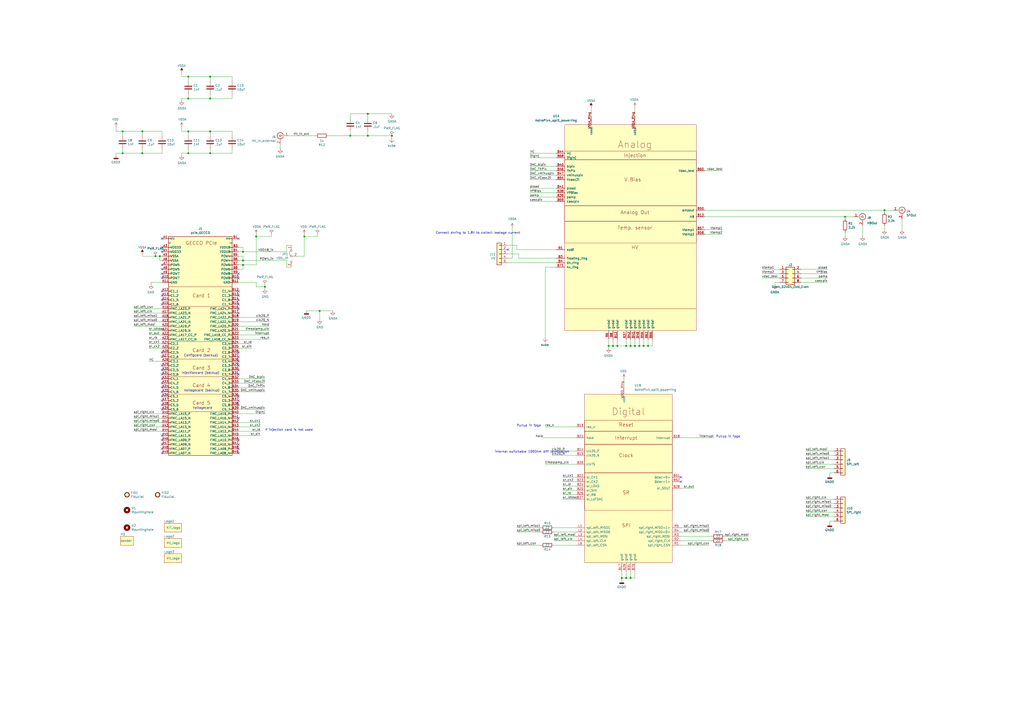
<source format=kicad_sch>
(kicad_sch (version 20231120) (generator "eeschema") (generator_version "8.0")
  (paper "A2")
  (title_block (title "AstroPix4 Carrier") (date "2023-09-27") (rev "1.0") (company "Nicolas Striebig, KIT IPE"))
  (junction (at 71.12 88.9))
  (junction (at 360.68 335.28))
  (junction (at 203.2 78.74))
  (junction (at 140.97 153.67))
  (junction (at 109.22 76.2))
  (junction (at 82.55 88.9))
  (junction (at 368.3 200.66))
  (junction (at 373.38 200.66))
  (junction (at 176.53 137.16))
  (junction (at 90.17 148.59))
  (junction (at 121.92 76.2))
  (junction (at 121.92 44.45))
  (junction (at 227.33 78.74))
  (junction (at 375.92 200.66))
  (junction (at 213.36 66.04))
  (junction (at 490.22 125.73))
  (junction (at 82.55 76.2))
  (junction (at 363.22 200.66))
  (junction (at 109.22 44.45))
  (junction (at 148.59 137.16))
  (junction (at 213.36 78.74))
  (junction (at 92.71 148.59))
  (junction (at 140.97 146.05))
  (junction (at 109.22 88.9))
  (junction (at 365.76 200.66))
  (junction (at 153.67 166.37))
  (junction (at 109.22 57.15))
  (junction (at 71.12 76.2))
  (junction (at 355.6 200.66))
  (junction (at 121.92 88.9))
  (junction (at 363.22 335.28))
  (junction (at 513.08 121.92))
  (junction (at 353.06 200.66))
  (junction (at 140.97 151.13))
  (junction (at 121.92 57.15))
  (junction (at 185.42 180.34))
  (junction (at 358.14 200.66))
  (junction (at 370.84 200.66))
  (junction (at 365.76 335.28))
  (no_connect (at 93.98 234.95))
  (no_connect (at 93.98 204.47))
  (no_connect (at 93.98 224.79))
  (no_connect (at 138.43 260.35))
  (no_connect (at 138.43 181.61))
  (no_connect (at 138.43 209.55))
  (no_connect (at 93.98 262.89))
  (no_connect (at 93.98 237.49))
  (no_connect (at 138.43 255.27))
  (no_connect (at 138.43 138.43))
  (no_connect (at 93.98 260.35))
  (no_connect (at 93.98 158.75))
  (no_connect (at 93.98 168.91))
  (no_connect (at 93.98 232.41))
  (no_connect (at 138.43 242.57))
  (no_connect (at 93.98 143.51))
  (no_connect (at 93.98 214.63))
  (no_connect (at 93.98 217.17))
  (no_connect (at 93.98 176.53))
  (no_connect (at 138.43 168.91))
  (no_connect (at 138.43 212.09))
  (no_connect (at 93.98 156.21))
  (no_connect (at 93.98 161.29))
  (no_connect (at 138.43 229.87))
  (no_connect (at 394.97 276.86))
  (no_connect (at 394.97 279.4))
  (no_connect (at 138.43 158.75))
  (no_connect (at 93.98 252.73))
  (no_connect (at 93.98 212.09))
  (no_connect (at 138.43 176.53))
  (no_connect (at 93.98 207.01))
  (no_connect (at 138.43 262.89))
  (no_connect (at 93.98 173.99))
  (no_connect (at 138.43 173.99))
  (no_connect (at 138.43 207.01))
  (no_connect (at 93.98 153.67))
  (no_connect (at 138.43 232.41))
  (no_connect (at 93.98 229.87))
  (no_connect (at 138.43 257.81))
  (no_connect (at 138.43 234.95))
  (no_connect (at 93.98 255.27))
  (no_connect (at 138.43 171.45))
  (no_connect (at 93.98 257.81))
  (no_connect (at 138.43 161.29))
  (no_connect (at 138.43 217.17))
  (no_connect (at 93.98 227.33))
  (no_connect (at 93.98 171.45))
  (no_connect (at 138.43 214.63))
  (no_connect (at 93.98 222.25))
  (no_connect (at 93.98 219.71))
  (no_connect (at 138.43 179.07))
  (no_connect (at 294.64 144.78))
  (no_connect (at 138.43 204.47))
  (no_connect (at 93.98 146.05))
  (no_connect (at 93.98 138.43))
  (wire (pts (xy 334.01 279.4) (xy 326.39 279.4)))
  (wire (pts (xy 162.56 83.82) (xy 162.56 86.36)))
  (wire (pts (xy 213.36 68.58) (xy 213.36 66.04)))
  (wire (pts (xy 138.43 240.03) (xy 153.67 240.03)))
  (wire (pts (xy 500.38 130.81) (xy 500.38 137.16)))
  (wire (pts (xy 452.12 156.21) (xy 441.96 156.21)))
  (wire (pts (xy 82.55 88.9) (xy 93.98 88.9)))
  (wire (pts (xy 184.15 137.16) (xy 184.15 135.89)))
  (wire (pts (xy 467.36 269.24) (xy 483.87 269.24)))
  (wire (pts (xy 334.01 289.56) (xy 326.39 289.56)))
  (wire (pts (xy 467.36 294.64) (xy 483.87 294.64)))
  (wire (pts (xy 105.41 58.42) (xy 105.41 57.15)))
  (wire (pts (xy 109.22 88.9) (xy 121.92 88.9)))
  (wire (pts (xy 176.53 137.16) (xy 176.53 148.59)))
  (wire (pts (xy 300.99 147.32) (xy 300.99 149.86)))
  (wire (pts (xy 481.33 274.32) (xy 483.87 274.32)))
  (wire (pts (xy 203.2 78.74) (xy 213.36 78.74)))
  (wire (pts (xy 82.55 148.59) (xy 90.17 148.59)))
  (wire (pts (xy 121.92 76.2) (xy 134.62 76.2)))
  (wire (pts (xy 153.67 165.1) (xy 153.67 166.37)))
  (wire (pts (xy 138.43 156.21) (xy 140.97 156.21)))
  (wire (pts (xy 368.3 62.23) (xy 368.3 67.31)))
  (wire (pts (xy 105.41 90.17) (xy 105.41 88.9)))
  (wire (pts (xy 138.43 250.19) (xy 151.13 250.19)))
  (wire (pts (xy 363.22 331.47) (xy 363.22 335.28)))
  (wire (pts (xy 134.62 57.15) (xy 134.62 54.61)))
  (wire (pts (xy 213.36 66.04) (xy 227.33 66.04)))
  (wire (pts (xy 166.37 151.13) (xy 166.37 154.94)))
  (wire (pts (xy 370.84 200.66) (xy 368.3 200.66)))
  (wire (pts (xy 166.37 142.24) (xy 168.91 142.24)))
  (wire (pts (xy 370.84 196.85) (xy 370.84 200.66)))
  (wire (pts (xy 480.06 161.29) (xy 464.82 161.29)))
  (wire (pts (xy 138.43 227.33) (xy 153.67 227.33)))
  (wire (pts (xy 138.43 148.59) (xy 140.97 148.59)))
  (wire (pts (xy 307.34 109.22) (xy 322.58 109.22)))
  (wire (pts (xy 467.36 289.56) (xy 483.87 289.56)))
  (wire (pts (xy 513.08 121.92) (xy 518.16 121.92)))
  (wire (pts (xy 148.59 163.83) (xy 138.43 163.83)))
  (wire (pts (xy 77.47 179.07) (xy 93.98 179.07)))
  (wire (pts (xy 480.06 158.75) (xy 464.82 158.75)))
  (wire (pts (xy 71.12 86.36) (xy 71.12 88.9)))
  (wire (pts (xy 299.72 308.61) (xy 313.69 308.61)))
  (wire (pts (xy 148.59 137.16) (xy 157.48 137.16)))
  (wire (pts (xy 67.31 90.17) (xy 67.31 88.9)))
  (wire (pts (xy 121.92 44.45) (xy 134.62 44.45)))
  (wire (pts (xy 138.43 252.73) (xy 151.13 252.73)))
  (wire (pts (xy 121.92 88.9) (xy 134.62 88.9)))
  (wire (pts (xy 190.5 78.74) (xy 203.2 78.74)))
  (wire (pts (xy 121.92 44.45) (xy 121.92 46.99)))
  (wire (pts (xy 87.63 165.1) (xy 87.63 163.83)))
  (wire (pts (xy 109.22 44.45) (xy 109.22 46.99)))
  (wire (pts (xy 105.41 41.91) (xy 105.41 44.45)))
  (wire (pts (xy 86.36 191.77) (xy 93.98 191.77)))
  (wire (pts (xy 156.21 189.23) (xy 138.43 189.23)))
  (wire (pts (xy 77.47 184.15) (xy 93.98 184.15)))
  (wire (pts (xy 77.47 247.65) (xy 93.98 247.65)))
  (wire (pts (xy 334.01 284.48) (xy 326.39 284.48)))
  (wire (pts (xy 322.58 91.44) (xy 307.34 91.44)))
  (wire (pts (xy 140.97 146.05) (xy 166.37 146.05)))
  (wire (pts (xy 353.06 200.66) (xy 355.6 200.66)))
  (wire (pts (xy 394.97 254) (xy 414.02 254)))
  (wire (pts (xy 314.96 254) (xy 334.01 254)))
  (wire (pts (xy 420.37 311.15) (xy 434.34 311.15)))
  (wire (pts (xy 363.22 335.28) (xy 360.68 335.28)))
  (wire (pts (xy 353.06 196.85) (xy 353.06 200.66)))
  (wire (pts (xy 420.37 313.69) (xy 434.34 313.69)))
  (wire (pts (xy 334.01 287.02) (xy 326.39 287.02)))
  (wire (pts (xy 297.18 132.08) (xy 297.18 149.86)))
  (wire (pts (xy 394.97 306.07) (xy 411.48 306.07)))
  (wire (pts (xy 109.22 57.15) (xy 121.92 57.15)))
  (wire (pts (xy 67.31 88.9) (xy 71.12 88.9)))
  (wire (pts (xy 172.72 148.59) (xy 176.53 148.59)))
  (wire (pts (xy 490.22 125.73) (xy 495.3 125.73)))
  (wire (pts (xy 71.12 88.9) (xy 82.55 88.9)))
  (wire (pts (xy 138.43 224.79) (xy 153.67 224.79)))
  (wire (pts (xy 92.71 151.13) (xy 92.71 148.59)))
  (wire (pts (xy 166.37 154.94) (xy 168.91 154.94)))
  (wire (pts (xy 490.22 125.73) (xy 408.94 125.73)))
  (wire (pts (xy 523.24 127) (xy 523.24 133.35)))
  (wire (pts (xy 121.92 76.2) (xy 121.92 78.74)))
  (wire (pts (xy 93.98 196.85) (xy 86.36 196.85)))
  (wire (pts (xy 138.43 153.67) (xy 140.97 153.67)))
  (wire (pts (xy 176.53 137.16) (xy 184.15 137.16)))
  (wire (pts (xy 322.58 88.9) (xy 307.34 88.9)))
  (wire (pts (xy 307.34 99.06) (xy 322.58 99.06)))
  (wire (pts (xy 121.92 88.9) (xy 121.92 86.36)))
  (wire (pts (xy 363.22 335.28) (xy 365.76 335.28)))
  (wire (pts (xy 408.94 133.35) (xy 419.1 133.35)))
  (wire (pts (xy 342.9 62.23) (xy 342.9 67.31)))
  (wire (pts (xy 394.97 308.61) (xy 411.48 308.61)))
  (wire (pts (xy 92.71 148.59) (xy 93.98 148.59)))
  (wire (pts (xy 355.6 200.66) (xy 358.14 200.66)))
  (wire (pts (xy 153.67 219.71) (xy 138.43 219.71)))
  (wire (pts (xy 375.92 200.66) (xy 373.38 200.66)))
  (wire (pts (xy 148.59 137.16) (xy 148.59 153.67)))
  (wire (pts (xy 105.41 76.2) (xy 109.22 76.2)))
  (wire (pts (xy 67.31 73.66) (xy 67.31 76.2)))
  (wire (pts (xy 153.67 222.25) (xy 138.43 222.25)))
  (wire (pts (xy 87.63 163.83) (xy 93.98 163.83)))
  (wire (pts (xy 227.33 80.01) (xy 227.33 78.74)))
  (wire (pts (xy 490.22 134.62) (xy 490.22 137.16)))
  (wire (pts (xy 138.43 245.11) (xy 151.13 245.11)))
  (wire (pts (xy 93.98 201.93) (xy 86.36 201.93)))
  (wire (pts (xy 321.31 311.15) (xy 334.01 311.15)))
  (wire (pts (xy 321.31 308.61) (xy 334.01 308.61)))
  (wire (pts (xy 373.38 196.85) (xy 373.38 200.66)))
  (wire (pts (xy 156.21 191.77) (xy 138.43 191.77)))
  (wire (pts (xy 358.14 200.66) (xy 363.22 200.66)))
  (wire (pts (xy 320.04 261.62) (xy 334.01 261.62)))
  (wire (pts (xy 334.01 281.94) (xy 326.39 281.94)))
  (wire (pts (xy 480.06 156.21) (xy 464.82 156.21)))
  (wire (pts (xy 394.97 311.15) (xy 412.75 311.15)))
  (wire (pts (xy 77.47 242.57) (xy 93.98 242.57)))
  (wire (pts (xy 316.23 154.94) (xy 316.23 195.58)))
  (wire (pts (xy 334.01 276.86) (xy 326.39 276.86)))
  (wire (pts (xy 467.36 264.16) (xy 483.87 264.16)))
  (wire (pts (xy 67.31 76.2) (xy 71.12 76.2)))
  (wire (pts (xy 82.55 88.9) (xy 82.55 86.36)))
  (wire (pts (xy 109.22 44.45) (xy 121.92 44.45)))
  (wire (pts (xy 138.43 146.05) (xy 140.97 146.05)))
  (wire (pts (xy 294.64 152.4) (xy 322.58 152.4)))
  (wire (pts (xy 148.59 166.37) (xy 148.59 163.83)))
  (wire (pts (xy 140.97 148.59) (xy 140.97 151.13)))
  (wire (pts (xy 109.22 86.36) (xy 109.22 88.9)))
  (wire (pts (xy 378.46 200.66) (xy 375.92 200.66)))
  (wire (pts (xy 105.41 57.15) (xy 109.22 57.15)))
  (wire (pts (xy 316.23 247.65) (xy 334.01 247.65)))
  (wire (pts (xy 467.36 271.78) (xy 483.87 271.78)))
  (wire (pts (xy 134.62 88.9) (xy 134.62 86.36)))
  (wire (pts (xy 140.97 153.67) (xy 148.59 153.67)))
  (wire (pts (xy 307.34 104.14) (xy 322.58 104.14)))
  (wire (pts (xy 93.98 209.55) (xy 86.36 209.55)))
  (wire (pts (xy 368.3 196.85) (xy 368.3 200.66)))
  (wire (pts (xy 138.43 194.31) (xy 156.21 194.31)))
  (wire (pts (xy 109.22 76.2) (xy 109.22 78.74)))
  (wire (pts (xy 307.34 114.3) (xy 322.58 114.3)))
  (wire (pts (xy 408.94 99.06) (xy 419.1 99.06)))
  (wire (pts (xy 153.67 167.64) (xy 153.67 166.37)))
  (wire (pts (xy 134.62 76.2) (xy 134.62 78.74)))
  (wire (pts (xy 297.18 149.86) (xy 294.64 149.86)))
  (wire (pts (xy 467.36 261.62) (xy 483.87 261.62)))
  (wire (pts (xy 307.34 96.52) (xy 322.58 96.52)))
  (wire (pts (xy 203.2 68.58) (xy 203.2 66.04)))
  (wire (pts (xy 213.36 78.74) (xy 213.36 76.2)))
  (wire (pts (xy 140.97 151.13) (xy 166.37 151.13)))
  (wire (pts (xy 307.34 101.6) (xy 322.58 101.6)))
  (wire (pts (xy 363.22 200.66) (xy 363.22 196.85)))
  (wire (pts (xy 481.33 302.26) (xy 483.87 302.26)))
  (wire (pts (xy 360.68 331.47) (xy 360.68 335.28)))
  (wire (pts (xy 138.43 143.51) (xy 140.97 143.51)))
  (wire (pts (xy 368.3 331.47) (xy 368.3 335.28)))
  (wire (pts (xy 140.97 151.13) (xy 138.43 151.13)))
  (wire (pts (xy 452.12 158.75) (xy 441.96 158.75)))
  (wire (pts (xy 105.41 73.66) (xy 105.41 76.2)))
  (wire (pts (xy 321.31 306.07) (xy 334.01 306.07)))
  (wire (pts (xy 452.12 161.29) (xy 441.96 161.29)))
  (wire (pts (xy 157.48 137.16) (xy 157.48 135.89)))
  (wire (pts (xy 322.58 154.94) (xy 316.23 154.94)))
  (wire (pts (xy 467.36 266.7) (xy 483.87 266.7)))
  (wire (pts (xy 373.38 200.66) (xy 370.84 200.66)))
  (wire (pts (xy 138.43 184.15) (xy 156.21 184.15)))
  (wire (pts (xy 449.58 163.83) (xy 452.12 163.83)))
  (wire (pts (xy 105.41 88.9) (xy 109.22 88.9)))
  (wire (pts (xy 513.08 130.81) (xy 513.08 133.35)))
  (wire (pts (xy 365.76 200.66) (xy 363.22 200.66)))
  (wire (pts (xy 166.37 146.05) (xy 166.37 142.24)))
  (wire (pts (xy 203.2 78.74) (xy 203.2 76.2)))
  (wire (pts (xy 316.23 269.24) (xy 334.01 269.24)))
  (wire (pts (xy 467.36 297.18) (xy 483.87 297.18)))
  (wire (pts (xy 185.42 180.34) (xy 185.42 185.42)))
  (wire (pts (xy 185.42 180.34) (xy 193.04 180.34)))
  (wire (pts (xy 138.43 201.93) (xy 146.05 201.93)))
  (wire (pts (xy 294.64 147.32) (xy 300.99 147.32)))
  (wire (pts (xy 93.98 151.13) (xy 92.71 151.13)))
  (wire (pts (xy 71.12 76.2) (xy 71.12 78.74)))
  (wire (pts (xy 213.36 78.74) (xy 227.33 78.74)))
  (wire (pts (xy 361.95 219.71) (xy 361.95 223.52)))
  (wire (pts (xy 82.55 76.2) (xy 93.98 76.2)))
  (wire (pts (xy 299.72 306.07) (xy 313.69 306.07)))
  (wire (pts (xy 467.36 299.72) (xy 483.87 299.72)))
  (wire (pts (xy 93.98 88.9) (xy 93.98 86.36)))
  (wire (pts (xy 109.22 54.61) (xy 109.22 57.15)))
  (wire (pts (xy 77.47 186.69) (xy 93.98 186.69)))
  (wire (pts (xy 307.34 111.76) (xy 322.58 111.76)))
  (wire (pts (xy 480.06 163.83) (xy 464.82 163.83)))
  (wire (pts (xy 394.97 313.69) (xy 412.75 313.69)))
  (wire (pts (xy 294.64 142.24) (xy 299.72 142.24)))
  (wire (pts (xy 300.99 149.86) (xy 322.58 149.86)))
  (wire (pts (xy 299.72 142.24) (xy 299.72 144.78)))
  (wire (pts (xy 467.36 292.1) (xy 483.87 292.1)))
  (wire (pts (xy 321.31 313.69) (xy 334.01 313.69)))
  (wire (pts (xy 177.8 180.34) (xy 185.42 180.34)))
  (wire (pts (xy 82.55 76.2) (xy 82.55 78.74)))
  (wire (pts (xy 368.3 200.66) (xy 365.76 200.66)))
  (wire (pts (xy 299.72 144.78) (xy 322.58 144.78)))
  (wire (pts (xy 77.47 240.03) (xy 93.98 240.03)))
  (wire (pts (xy 71.12 76.2) (xy 82.55 76.2)))
  (wire (pts (xy 77.47 189.23) (xy 93.98 189.23)))
  (wire (pts (xy 138.43 199.39) (xy 146.05 199.39)))
  (wire (pts (xy 167.64 78.74) (xy 182.88 78.74)))
  (wire (pts (xy 365.76 196.85) (xy 365.76 200.66)))
  (wire (pts (xy 138.43 247.65) (xy 151.13 247.65)))
  (wire (pts (xy 360.68 336.55) (xy 360.68 335.28)))
  (wire (pts (xy 353.06 201.93) (xy 353.06 200.66)))
  (wire (pts (xy 121.92 57.15) (xy 121.92 54.61)))
  (wire (pts (xy 176.53 135.89) (xy 176.53 137.16)))
  (wire (pts (xy 93.98 76.2) (xy 93.98 78.74)))
  (wire (pts (xy 77.47 245.11) (xy 93.98 245.11)))
  (wire (pts (xy 513.08 121.92) (xy 513.08 123.19)))
  (wire (pts (xy 355.6 196.85) (xy 355.6 200.66)))
  (wire (pts (xy 449.58 165.1) (xy 449.58 163.83)))
  (wire (pts (xy 77.47 181.61) (xy 93.98 181.61)))
  (wire (pts (xy 93.98 199.39) (xy 86.36 199.39)))
  (wire (pts (xy 148.59 135.89) (xy 148.59 137.16)))
  (wire (pts (xy 321.31 316.23) (xy 334.01 316.23)))
  (wire (pts (xy 156.21 186.69) (xy 138.43 186.69)))
  (wire (pts (xy 358.14 196.85) (xy 358.14 200.66)))
  (wire (pts (xy 307.34 116.84) (xy 322.58 116.84)))
  (wire (pts (xy 203.2 66.04) (xy 213.36 66.04)))
  (wire (pts (xy 320.04 264.16) (xy 334.01 264.16)))
  (wire (pts (xy 408.94 135.89) (xy 419.1 135.89)))
  (wire (pts (xy 481.33 275.59) (xy 481.33 274.32)))
  (wire (pts (xy 368.3 335.28) (xy 365.76 335.28)))
  (wire (pts (xy 394.97 316.23) (xy 411.48 316.23)))
  (wire (pts (xy 394.97 283.21) (xy 402.59 283.21)))
  (wire (pts (xy 105.41 44.45) (xy 109.22 44.45)))
  (wire (pts (xy 375.92 196.85) (xy 375.92 200.66)))
  (wire (pts (xy 481.33 303.53) (xy 481.33 302.26)))
  (wire (pts (xy 365.76 331.47) (xy 365.76 335.28)))
  (wire (pts (xy 121.92 57.15) (xy 134.62 57.15)))
  (wire (pts (xy 148.59 166.37) (xy 153.67 166.37)))
  (wire (pts (xy 138.43 196.85) (xy 156.21 196.85)))
  (wire (pts (xy 490.22 125.73) (xy 490.22 127)))
  (wire (pts (xy 378.46 196.85) (xy 378.46 200.66)))
  (wire (pts (xy 82.55 147.32) (xy 82.55 148.59)))
  (wire (pts (xy 153.67 237.49) (xy 138.43 237.49)))
  (wire (pts (xy 408.94 121.92) (xy 513.08 121.92)))
  (wire (pts (xy 140.97 156.21) (xy 140.97 153.67)))
  (wire (pts (xy 77.47 250.19) (xy 93.98 250.19)))
  (wire (pts (xy 140.97 143.51) (xy 140.97 146.05)))
  (wire (pts (xy 109.22 76.2) (xy 121.92 76.2)))
  (wire (pts (xy 93.98 194.31) (xy 86.36 194.31)))
  (wire (pts (xy 299.72 316.23) (xy 313.69 316.23)))
  (wire (pts (xy 134.62 44.45) (xy 134.62 46.99)))
  (wire (pts (xy 90.17 148.59) (xy 92.71 148.59)))
  (text "If injection card is not used" (at 153.67 250.19 0) (effects (font (size 1.27 1.27)) (justify left bottom)))
  (text "Configcard (backup)" (at 106.68 207.01 0) (effects (font (size 1.27 1.27)) (justify left bottom)))
  (text "Pullup in fpga" (at 415.29 254 0) (effects (font (size 1.27 1.27)) (justify left bottom)))
  (text "internal switchable 100Ohm diff termination" (at 287.02 262.89 0) (effects (font (size 1.27 1.27)) (justify left bottom)))
  (text "Voltagecard (backup)" (at 106.68 227.33 0) (effects (font (size 1.27 1.27)) (justify left bottom)))
  (text "Injectioncard (backup)" (at 105.41 217.17 0) (effects (font (size 1.27 1.27)) (justify left bottom)))
  (text "Pullup in fpga" (at 299.72 247.65 0) (effects (font (size 1.27 1.27)) (justify left bottom)))
  (text "Connect dnring to 1.8V to collect leakage current\n" (at 252.73 135.89 0) (effects (font (size 1.27 1.27)) (justify left bottom)))
  (text "Voltagecard" (at 111.76 237.49 0) (effects (font (size 1.27 1.27)) (justify left bottom)))
  (label "sr_rb" (at 86.36 196.85 0))
  (label "spi_left_clk" (at 321.31 313.69 0))
  (label "VPBias" (at 480.06 158.75 180))
  (label "spi_right_miso1" (at 467.36 292.1 0))
  (label "res_n" (at 316.23 247.65 0))
  (label "spi_left_csn" (at 299.72 316.23 0))
  (label "spi_right_miso0" (at 411.48 308.61 180))
  (label "spi_left_miso1" (at 299.72 306.07 0))
  (label "spi_right_miso1" (at 77.47 242.57 0))
  (label "DAC_blpix" (at 153.67 219.71 180))
  (label "spi_right_clk" (at 434.34 313.69 180))
  (label "spi_right_csn" (at 411.48 316.23 180))
  (label "spi_left_miso0" (at 467.36 264.16 0))
  (label "Inj" (at 307.34 88.9 0))
  (label "vdac_test" (at 419.1 99.06 180))
  (label "sr_ldtdac" (at 326.39 289.56 0))
  (label "sr_sin" (at 146.05 201.93 180))
  (label "DigInj" (at 153.67 240.03 180))
  (label "spi_left_miso0" (at 77.47 186.69 0))
  (label "clk20_P" (at 156.21 184.15 180))
  (label "sr_ck2" (at 151.13 247.65 180))
  (label "Vtemp2" (at 441.96 158.75 0))
  (label "DAC_VCasc2!" (at 307.34 104.14 0))
  (label "sr_rb" (at 326.39 287.02 0))
  (label "sr_out" (at 402.59 283.21 180))
  (label "spi_right_clk" (at 467.36 289.56 0))
  (label "sr_ck1" (at 326.39 276.86 0))
  (label "spi_right_miso1" (at 411.48 306.07 180))
  (label "spi_right_mosi" (at 434.34 311.15 180))
  (label "vdac_test" (at 441.96 161.29 0))
  (label "spi_right_mosi" (at 467.36 299.72 0))
  (label "sr_out" (at 86.36 194.31 0))
  (label "sr_sin" (at 151.13 252.73 180))
  (label "cascpix" (at 480.06 163.83 180))
  (label "DAC_ThPix" (at 153.67 224.79 180))
  (label "DAC_VCasc2!" (at 153.67 222.25 180))
  (label "sr_sin" (at 326.39 284.48 0))
  (label "pload" (at 480.06 156.21 180))
  (label "cascpix" (at 307.34 116.84 0))
  (label "hold" (at 314.96 254 180))
  (label "spi_left_miso1" (at 467.36 266.7 0))
  (label "spi_right_mosi" (at 77.47 250.19 0))
  (label "spi_left_miso0" (at 299.72 308.61 0))
  (label "clk20_P" (at 320.04 261.62 0))
  (label "interrupt" (at 156.21 194.31 180))
  (label "interrupt" (at 414.02 254 180))
  (label "timestamp_clk" (at 156.21 191.77 180))
  (label "HV_in_ext" (at 170.18 78.74 0))
  (label "clk20_N" (at 156.21 186.69 180))
  (label "res_n" (at 156.21 196.85 180))
  (label "spi_left_csn" (at 467.36 271.78 0))
  (label "pamp" (at 307.34 114.3 0))
  (label "sr_ck1" (at 151.13 245.11 180))
  (label "Inj" (at 86.36 209.55 0))
  (label "Vtemp1" (at 441.96 156.21 0))
  (label "clk20_N" (at 320.04 264.16 0))
  (label "Vtemp1" (at 419.1 133.35 180))
  (label "sr_ld" (at 146.05 199.39 180))
  (label "spi_left_clk" (at 467.36 269.24 0))
  (label "spi_left_mosi" (at 467.36 261.62 0))
  (label "spi_left_csn" (at 77.47 179.07 0))
  (label "sr_ck1" (at 86.36 199.39 0))
  (label "spi_right_miso0" (at 77.47 245.11 0))
  (label "sr_ldtdac" (at 86.36 191.77 0))
  (label "sr_ck2" (at 326.39 279.4 0))
  (label "pamp" (at 480.06 161.29 180))
  (label "spi_left_mosi" (at 77.47 189.23 0))
  (label "DAC_vminuspix" (at 153.67 237.49 180))
  (label "Vtemp2" (at 419.1 135.89 180))
  (label "DigInj" (at 307.34 91.44 0))
  (label "spi_right_clk" (at 77.47 240.03 0))
  (label "spi_left_miso1" (at 77.47 184.15 0))
  (label "VDD18_in" (at 158.75 146.05 180))
  (label "spi_right_csn" (at 77.47 247.65 0))
  (label "DAC_vminuspix" (at 153.67 227.33 180))
  (label "hold" (at 156.21 189.23 180))
  (label "DAC_blpix" (at 307.34 96.52 0))
  (label "spi_right_csn" (at 467.36 297.18 0))
  (label "VPBias" (at 307.34 111.76 0))
  (label "sr_ld" (at 151.13 250.19 180))
  (label "spi_left_mosi" (at 321.31 311.15 0))
  (label "sr_ck2" (at 86.36 201.93 0))
  (label "timestamp_clk" (at 316.23 269.24 0))
  (label "pload" (at 307.34 109.22 0))
  (label "DAC_vminuspix" (at 307.34 101.6 0))
  (label "POW4_in" (at 158.75 151.13 180))
  (label "sr_ld" (at 326.39 281.94 0))
  (label "spi_right_miso0" (at 467.36 294.64 0))
  (label "spi_left_clk" (at 77.47 181.61 0))
  (label "DAC_ThPix" (at 307.34 99.06 0))
  (symbol (lib_id "Device:C") (at 71.12 82.55 0) (unit 1)
    (property "Reference" "C8" (at 74.041 81.3816 0) (effects (justify left)))
    (property "Value" "1nF" (at 74.041 83.693 0) (effects (justify left)))
    (property "Footprint" "Capacitor_SMD:C_0603_1608Metric" (effects (hide yes)))
  )
  (symbol (lib_id "Device:C") (at 82.55 82.55 0) (unit 1)
    (property "Reference" "C9" (at 85.471 81.3816 0) (effects (justify left)))
    (property "Value" ".1uF" (at 85.471 83.693 0) (effects (justify left)))
    (property "Footprint" "Capacitor_SMD:C_0603_1608Metric" (effects (hide yes)))
  )
  (symbol (lib_id "Device:C") (at 93.98 82.55 0) (unit 1)
    (property "Reference" "C10" (at 96.901 81.3816 0) (effects (justify left)))
    (property "Value" "10uF" (at 96.901 83.693 0) (effects (justify left)))
    (property "Footprint" "Capacitor_SMD:C_0603_1608Metric" (effects (hide yes)))
  )
  (symbol (lib_id "power:GNDD") (at 67.31 90.17 0) (mirror y) (unit 1)
    (property "Reference" "#PWR0131" (effects (hide yes)))
    (property "Value" "GNDD" (at 67.2084 94.107 0))
  )
  (symbol (lib_id "power:VDD") (at 67.31 73.66 0) (mirror y) (unit 1)
    (property "Reference" "#PWR0132" (effects (hide yes)))
    (property "Value" "VDD" (at 66.929 69.2658 0))
  )
  (symbol (lib_id "power:VDD") (at 361.95 219.71 0) (mirror y) (unit 1)
    (property "Reference" "#PWR0101" (effects (hide yes)))
    (property "Value" "VDD" (at 361.569 215.3158 0))
  )
  (symbol (lib_id "power:VDDA") (at 368.3 62.23 0) (mirror y) (unit 1)
    (property "Reference" "#PWR0102" (effects (hide yes)))
    (property "Value" "VDDA" (at 367.919 57.8358 0))
  )
  (symbol (lib_id "power:GNDA") (at 353.06 201.93 0) (mirror y) (unit 1)
    (property "Reference" "#PWR0103" (effects (hide yes)))
    (property "Value" "GNDA" (at 352.933 206.3242 0))
  )
  (symbol (lib_id "astropix:suba") (at 316.23 195.58 0) (mirror y) (unit 1)
    (property "Reference" "#PWR0104" (effects (hide yes)))
    (property "Value" "suba" (at 316.103 199.9742 0))
  )
  (symbol (lib_id "power:VDDA") (at 105.41 73.66 0) (unit 1)
    (property "Reference" "#PWR0106" (effects (hide yes)))
    (property "Value" "VDDA" (at 105.791 69.2658 0))
  )
  (symbol (lib_id "power:GNDA") (at 105.41 90.17 0) (unit 1)
    (property "Reference" "#PWR0108" (effects (hide yes)))
    (property "Value" "GNDA" (at 105.537 94.5642 0))
  )
  (symbol (lib_id "power:GNDD") (at 360.68 336.55 0) (mirror y) (unit 1)
    (property "Reference" "#PWR0109" (effects (hide yes)))
    (property "Value" "GNDD" (at 360.5784 340.487 0))
  )
  (symbol (lib_id "Device:R") (at 186.69 78.74 90) (unit 1)
    (property "Reference" "R12" (at 186.69 83.9978 90))
    (property "Value" "1k" (at 186.69 81.6864 90))
    (property "Footprint" "Resistor_SMD:R_0603_1608Metric" (effects (hide yes)))
  )
  (symbol (lib_id "Connector_Generic:Conn_01x06") (at 488.95 266.7 0) (unit 1)
    (property "Reference" "J9" (at 490.982 266.9032 0) (effects (justify left)))
    (property "Value" "SPI_left" (at 490.982 269.2146 0) (effects (justify left)))
    (property "Footprint" "Connector_PinHeader_2.54mm:PinHeader_1x06_P2.54mm_Vertical" (effects (hide yes)))
  )
  (symbol (lib_id "power:GNDD") (at 481.33 275.59 0) (mirror y) (unit 1)
    (property "Reference" "#PWR0141" (effects (hide yes)))
    (property "Value" "GNDD" (at 481.2284 279.527 0))
  )
  (symbol (lib_id "Connector_Generic:Conn_01x06") (at 488.95 294.64 0) (unit 1)
    (property "Reference" "J10" (at 490.982 294.8432 0) (effects (justify left)))
    (property "Value" "SPI_right" (at 490.982 297.1546 0) (effects (justify left)))
    (property "Footprint" "Connector_PinHeader_2.54mm:PinHeader_1x06_P2.54mm_Vertical" (effects (hide yes)))
  )
  (symbol (lib_id "power:GNDD") (at 481.33 303.53 0) (mirror y) (unit 1)
    (property "Reference" "#PWR0144" (effects (hide yes)))
    (property "Value" "GNDD" (at 481.2284 307.467 0))
  )
  (symbol (lib_id "power:GND") (at 153.67 167.64 0) (unit 1)
    (property "Reference" "#PWR0114" (effects (hide yes)))
    (property "Value" "GND" (at 153.797 172.0342 0))
  )
  (symbol (lib_id "power:GND") (at 87.63 165.1 0) (mirror y) (unit 1)
    (property "Reference" "#PWR0115" (effects (hide yes)))
    (property "Value" "GND" (at 87.503 169.4942 0))
  )
  (symbol (lib_id "power:VDDA") (at 148.59 135.89 0) (unit 1)
    (property "Reference" "#PWR0116" (effects (hide yes)))
    (property "Value" "VDDA" (at 148.971 131.4958 0))
  )
  (symbol (lib_id "astropix:suba") (at 227.33 80.01 0) (mirror y) (unit 1)
    (property "Reference" "#PWR0120" (effects (hide yes)))
    (property "Value" "suba" (at 227.203 84.4042 0))
  )
  (symbol (lib_id "Device:C") (at 203.2 72.39 0) (unit 1)
    (property "Reference" "C4" (at 206.121 71.2216 0) (effects (justify left)))
    (property "Value" "1nF" (at 206.121 73.533 0) (effects (justify left)))
    (property "Footprint" "Capacitor_SMD:C_1210_3225Metric" (effects (hide yes)))
    (property "Voltage" "250V" (effects (hide yes)))
  )
  (symbol (lib_id "Device:C") (at 213.36 72.39 0) (unit 1)
    (property "Reference" "C6" (at 216.281 71.2216 0) (effects (justify left)))
    (property "Value" ".1uF" (at 216.281 73.533 0) (effects (justify left)))
    (property "Footprint" "Capacitor_SMD:C_1210_3225Metric" (effects (hide yes)))
    (property "Voltage" "250V" (effects (hide yes)))
  )
  (symbol (lib_id "Connector:Conn_Coaxial") (at 162.56 78.74 0) (mirror y) (unit 1)
    (property "Reference" "J6" (at 160.02 79.375 0) (effects (justify left)))
    (property "Value" "HV_in_external" (at 160.02 81.6864 0) (effects (justify left)))
    (property "Footprint" "Connector_Coaxial:SMA_Molex_73251-2200_Horizontal" (effects (hide yes)))
    (property "Datasheet" " ~" (effects (hide yes)))
  )
  (symbol (lib_id "power:GNDA") (at 162.56 86.36 0) (mirror y) (unit 1)
    (property "Reference" "#PWR0145" (effects (hide yes)))
    (property "Value" "GNDA" (at 162.433 90.7542 0))
  )
  (symbol (lib_id "power:GNDA") (at 227.33 66.04 0) (unit 1)
    (property "Reference" "#PWR0122" (effects (hide yes)))
    (property "Value" "GNDA" (at 227.457 70.4342 0))
  )
  (symbol (lib_id "Mechanical:MountingHole") (at 73.66 295.91 0) (unit 1)
    (property "Reference" "H1" (at 76.2 294.7416 0) (effects (justify left)))
    (property "Value" "MountingHole" (at 76.2 297.053 0) (effects (justify left)))
    (property "Footprint" "MountingHole:MountingHole_3.2mm_M3" (effects (hide yes)))
  )
  (symbol (lib_id "Device:R") (at 317.5 306.07 270) (unit 1)
    (property "Reference" "R10" (at 317.5 303.53 90))
    (property "Value" "22" (at 317.5 306.07 90))
    (property "Footprint" "Resistor_SMD:R_0402_1005Metric" (effects (hide yes)))
  )
  (symbol (lib_id "Mechanical:MountingHole") (at 73.66 306.07 0) (unit 1)
    (property "Reference" "H2" (at 76.2 304.9016 0) (effects (justify left)))
    (property "Value" "MountingHole" (at 76.2 307.213 0) (effects (justify left)))
    (property "Footprint" "MountingHole:MountingHole_3.2mm_M3" (effects (hide yes)))
  )
  (symbol (lib_id "Device:R") (at 317.5 308.61 270) (unit 1)
    (property "Reference" "R13" (at 317.5 311.15 90))
    (property "Value" "22" (at 317.5 308.61 90))
    (property "Footprint" "Resistor_SMD:R_0402_1005Metric" (effects (hide yes)))
  )
  (symbol (lib_id "power:PWR_FLAG") (at 227.33 78.74 0) (unit 1)
    (property "Reference" "#FLG0106" (effects (hide yes)))
    (property "Value" "PWR_FLAG" (at 227.33 74.3458 0))
  )
  (symbol (lib_id "astropix:bonder") (at 73.66 313.69 0) (unit 1)
    (property "Reference" "H3" (at 69.85 309.88 0) (effects (justify left)))
    (property "Value" "bonder" (at 69.85 313.69 0) (effects (justify left)))
    (property "Footprint" "astropix:bonder" (effects (hide yes)))
  )
  (symbol (lib_id "Device:C") (at 109.22 82.55 0) (unit 1)
    (property "Reference" "C11" (at 112.141 81.3816 0) (effects (justify left)))
    (property "Value" "1nF" (at 112.141 83.693 0) (effects (justify left)))
    (property "Footprint" "Capacitor_SMD:C_0603_1608Metric" (effects (hide yes)))
  )
  (symbol (lib_id "Device:C") (at 121.92 82.55 0) (unit 1)
    (property "Reference" "C13" (at 124.841 81.3816 0) (effects (justify left)))
    (property "Value" ".1uF" (at 124.841 83.693 0) (effects (justify left)))
    (property "Footprint" "Capacitor_SMD:C_0603_1608Metric" (effects (hide yes)))
  )
  (symbol (lib_id "Device:C") (at 134.62 82.55 0) (unit 1)
    (property "Reference" "C14" (at 137.541 81.3816 0) (effects (justify left)))
    (property "Value" "10uF" (at 137.541 83.693 0) (effects (justify left)))
    (property "Footprint" "Capacitor_SMD:C_0603_1608Metric" (effects (hide yes)))
  )
  (symbol (lib_id "power:VDD") (at 176.53 135.89 0) (mirror y) (unit 1)
    (property "Reference" "#PWR0125" (effects (hide yes)))
    (property "Value" "VDD" (at 176.149 131.4958 0))
  )
  (symbol (lib_id "Device:R") (at 317.5 316.23 270) (unit 1)
    (property "Reference" "R14" (at 317.5 318.77 90))
    (property "Value" "22" (at 317.5 316.23 90))
    (property "Footprint" "Resistor_SMD:R_0402_1005Metric" (effects (hide yes)))
  )
  (symbol (lib_id "astropix:HV_logo") (at 100.33 314.96 0) (unit 1)
    (property "Reference" "Logo2" (at 95.25 311.15 0) (effects (justify left)))
    (property "Value" "HV_logo" (at 96.52 314.96 0) (effects (justify left)))
    (property "Footprint" "astropix:hv" (effects (hide yes)))
  )
  (symbol (lib_id "Device:R") (at 416.56 311.15 270) (unit 1)
    (property "Reference" "R17" (at 416.56 308.61 90))
    (property "Value" "22" (at 416.56 311.15 90))
    (property "Footprint" "Resistor_SMD:R_0402_1005Metric" (effects (hide yes)))
  )
  (symbol (lib_id "Device:R") (at 416.56 313.69 270) (unit 1)
    (property "Reference" "R18" (at 416.56 316.23 90))
    (property "Value" "22" (at 416.56 313.69 90))
    (property "Footprint" "Resistor_SMD:R_0402_1005Metric" (effects (hide yes)))
  )
  (symbol (lib_id "Jumper:Jumper_3_Bridged12") (at 168.91 148.59 90) (mirror x) (unit 1)
    (property "Reference" "JP1" (at 167.2082 147.4216 90) (effects (justify left)))
    (property "Value" "VDD_JP" (at 167.2082 149.733 90) (effects (justify left)))
    (property "Footprint" "Connector_PinHeader_2.54mm:PinHeader_1x03_P2.54mm_Vertical" (effects (hide yes)))
  )
  (symbol (lib_id "Mechanical:Fiducial") (at 73.66 287.02 0) (unit 1)
    (property "Reference" "FID1" (at 75.819 285.8516 0) (effects (justify left)))
    (property "Value" "Fiducial" (at 75.819 288.163 0) (effects (justify left)))
    (property "Footprint" "Fiducial:Fiducial_1mm_Mask2mm" (effects (hide yes)))
  )
  (symbol (lib_id "Mechanical:Fiducial") (at 91.44 287.02 0) (unit 1)
    (property "Reference" "FID2" (at 93.599 285.8516 0) (effects (justify left)))
    (property "Value" "Fiducial" (at 93.599 288.163 0) (effects (justify left)))
    (property "Footprint" "Fiducial:Fiducial_1mm_Mask2mm" (effects (hide yes)))
  )
  (symbol (lib_id "astropix:pcie_GECCO") (at 116.84 195.58 0) (unit 1)
    (property "Reference" "J1" (at 116.205 132.715 0))
    (property "Value" "pcie_GECCO" (at 116.205 135.0264 0))
    (property "Footprint" "astropix:pcie_astropix" (effects (hide yes)))
  )
  (symbol (lib_id "power:PWR_FLAG") (at 157.48 135.89 0) (unit 1)
    (property "Reference" "#FLG0101" (effects (hide yes)))
    (property "Value" "PWR_FLAG" (at 157.48 131.4958 0))
  )
  (symbol (lib_id "power:PWR_FLAG") (at 153.67 165.1 0) (unit 1)
    (property "Reference" "#FLG0103" (effects (hide yes)))
    (property "Value" "PWR_FLAG" (at 153.67 160.7058 0))
  )
  (symbol (lib_id "power:PWR_FLAG") (at 184.15 135.89 0) (unit 1)
    (property "Reference" "#FLG0104" (effects (hide yes)))
    (property "Value" "PWR_FLAG" (at 184.15 131.4958 0))
  )
  (symbol (lib_id "astropix:KIT_logo") (at 100.33 306.07 0) (unit 1)
    (property "Reference" "Logo1" (at 95.25 302.26 0) (effects (justify left)))
    (property "Value" "KIT_logo" (at 96.52 306.07 0) (effects (justify left)))
    (property "Footprint" "astropix:logo" (effects (hide yes)))
  )
  (symbol (lib_id "power:GND") (at 185.42 185.42 0) (unit 1)
    (property "Reference" "#PWR05" (effects (hide yes)))
    (property "Value" "GND" (at 185.547 189.8142 0))
  )
  (symbol (lib_id "Device:C") (at 109.22 50.8 0) (unit 1)
    (property "Reference" "C1" (at 112.141 49.6316 0) (effects (justify left)))
    (property "Value" "1nF" (at 112.141 51.943 0) (effects (justify left)))
    (property "Footprint" "Capacitor_SMD:C_0603_1608Metric" (effects (hide yes)))
  )
  (symbol (lib_id "Connector_Generic:Conn_02x04_Odd_Even") (at 457.2 158.75 0) (unit 1)
    (property "Reference" "J2" (at 458.47 153.67 0))
    (property "Value" "Conn_02x04_Odd_Even" (at 458.47 166.37 0))
    (property "Footprint" "Connector_PinHeader_2.54mm:PinHeader_2x04_P2.54mm_Vertical" (effects (hide yes)))
  )
  (symbol (lib_id "Device:R") (at 513.08 127 0) (unit 1)
    (property "Reference" "R2" (at 514.858 125.8316 0) (effects (justify left)))
    (property "Value" "2.2k" (at 514.858 128.143 0) (effects (justify left)))
    (property "Footprint" "Resistor_SMD:R_0603_1608Metric" (effects (hide yes)))
  )
  (symbol (lib_id "power:VSSA") (at 342.9 62.23 0) (unit 1)
    (property "Reference" "#PWR0107" (effects (hide yes)))
    (property "Value" "VSSA" (at 342.9 58.42 0))
  )
  (symbol (lib_id "power:GNDA") (at 523.24 133.35 0) (unit 1)
    (property "Reference" "#PWR0127" (effects (hide yes)))
    (property "Value" "GNDA" (at 523.367 137.7442 0))
  )
  (symbol (lib_name "AstroPix4_split_powerring_1") (lib_id "astropix:AstroPix4_split_powerring") (at 353.06 109.22 0) (unit 1)
    (property "Reference" "U1" (at 322.58 67.31 0))
    (property "Value" "AstroPix4_split_powerring" (at 322.58 69.85 0))
    (property "Footprint" "astropix:AstroPix4" (effects (hide yes)))
  )
  (symbol (lib_id "power:GNDA") (at 105.41 58.42 0) (unit 1)
    (property "Reference" "#PWR0134" (effects (hide yes)))
    (property "Value" "GNDA" (at 105.537 62.8142 0))
  )
  (symbol (lib_id "power:GNDA") (at 513.08 133.35 0) (unit 1)
    (property "Reference" "#PWR0126" (effects (hide yes)))
    (property "Value" "GNDA" (at 513.207 137.7442 0))
  )
  (symbol (lib_id "power:PWR_FLAG") (at 90.17 148.59 0) (unit 1)
    (property "Reference" "#FLG0105" (effects (hide yes)))
    (property "Value" "PWR_FLAG" (at 90.17 144.1958 0))
  )
  (symbol (lib_id "Connector:Conn_Coaxial") (at 500.38 125.73 0) (unit 1)
    (property "Reference" "J8" (at 502.92 126.365 0) (effects (justify left)))
    (property "Value" "HBOut" (at 502.92 128.6764 0) (effects (justify left top)))
    (property "Footprint" "Connector_Coaxial:SMA_Molex_73251-2200_Horizontal" (effects (hide yes)))
    (property "Datasheet" " ~" (effects (hide yes)))
  )
  (symbol (lib_id "astropix:AstroPix4_split_powerring") (at 364.49 260.35 0) (unit 2)
    (property "Reference" "U1" (at 367.9541 223.52 0) (effects (justify left)))
    (property "Value" "AstroPix4_split_powerring" (at 367.9541 226.06 0) (effects (justify left)))
    (property "Footprint" "astropix:AstroPix4" (effects (hide yes)))
  )
  (symbol (lib_id "Device:R") (at 490.22 130.81 0) (unit 1)
    (property "Reference" "R1" (at 491.998 129.6416 0) (effects (justify left)))
    (property "Value" "2.2k" (at 491.998 131.953 0) (effects (justify left)))
    (property "Footprint" "Resistor_SMD:R_0603_1608Metric" (effects (hide yes)))
  )
  (symbol (lib_id "power:GNDD") (at 177.8 180.34 0) (mirror y) (unit 1)
    (property "Reference" "#PWR06" (effects (hide yes)))
    (property "Value" "GNDD" (at 177.6984 184.277 0))
  )
  (symbol (lib_id "Connector_Generic:Conn_01x05") (at 289.56 147.32 0) (mirror y) (unit 1)
    (property "Reference" "J11" (at 287.528 147.5232 0) (effects (justify left)))
    (property "Value" "HV" (at 287.528 149.8346 0) (effects (justify left)))
    (property "Footprint" "Connector_PinHeader_2.54mm:PinHeader_1x05_P2.54mm_Vertical" (effects (hide yes)))
  )
  (symbol (lib_id "astropix:HV_logo") (at 100.33 323.85 0) (unit 1)
    (property "Reference" "Logo3" (at 95.25 320.04 0) (effects (justify left)))
    (property "Value" "HV_logo" (at 96.52 323.85 0) (effects (justify left)))
    (property "Footprint" "astropix:hv" (effects (hide yes)))
  )
  (symbol (lib_id "Device:C") (at 121.92 50.8 0) (unit 1)
    (property "Reference" "C2" (at 124.841 49.6316 0) (effects (justify left)))
    (property "Value" ".1uF" (at 124.841 51.943 0) (effects (justify left)))
    (property "Footprint" "Capacitor_SMD:C_0603_1608Metric" (effects (hide yes)))
  )
  (symbol (lib_id "power:GNDA") (at 449.58 165.1 0) (mirror y) (unit 1)
    (property "Reference" "#PWR08" (effects (hide yes)))
    (property "Value" "GNDA" (at 449.453 169.4942 0))
  )
  (symbol (lib_id "power:VDDA") (at 297.18 132.08 0) (mirror y) (unit 1)
    (property "Reference" "#PWR04" (effects (hide yes)))
    (property "Value" "VDDA" (at 297.18 127 0))
  )
  (symbol (lib_id "Connector:Conn_Coaxial") (at 523.24 121.92 0) (unit 1)
    (property "Reference" "J4" (at 525.78 122.555 0) (effects (justify left)))
    (property "Value" "SFOut" (at 525.78 124.8664 0) (effects (justify left)))
    (property "Footprint" "Connector_Coaxial:SMA_Molex_73251-2200_Horizontal" (effects (hide yes)))
    (property "Datasheet" " ~" (effects (hide yes)))
  )
  (symbol (lib_id "power:GNDA") (at 500.38 137.16 0) (unit 1)
    (property "Reference" "#PWR02" (effects (hide yes)))
    (property "Value" "GNDA" (at 500.507 141.5542 0))
  )
  (symbol (lib_id "power:GNDA") (at 193.04 180.34 0) (unit 1)
    (property "Reference" "#PWR07" (effects (hide yes)))
    (property "Value" "GNDA" (at 193.167 184.7342 0))
  )
  (symbol (lib_id "Device:C") (at 134.62 50.8 0) (unit 1)
    (property "Reference" "C15" (at 137.541 49.6316 0) (effects (justify left)))
    (property "Value" "10uF" (at 137.541 51.943 0) (effects (justify left)))
    (property "Footprint" "Capacitor_SMD:C_0603_1608Metric" (effects (hide yes)))
  )
  (symbol (lib_id "power:VSSA") (at 105.41 41.91 0) (unit 1)
    (property "Reference" "#PWR0140" (effects (hide yes)))
    (property "Value" "VSSA" (at 105.41 38.1 0))
  )
  (symbol (lib_id "power:GNDA") (at 490.22 137.16 0) (unit 1)
    (property "Reference" "#PWR01" (effects (hide yes)))
    (property "Value" "GNDA" (at 490.347 141.5542 0))
  )
  (symbol (lib_id "power:VSSA") (at 82.55 147.32 0) (unit 1)
    (property "Reference" "#PWR0133" (effects (hide yes)))
    (property "Value" "VSSA" (at 82.55 143.51 0))
  )
)
</source>
